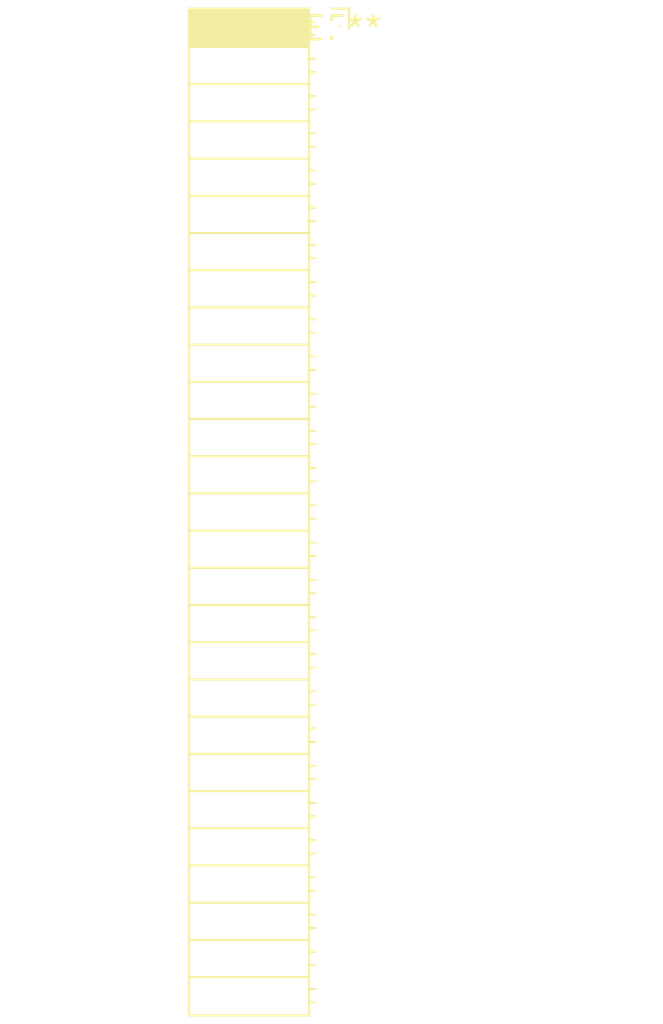
<source format=kicad_pcb>
(kicad_pcb (version 20240108) (generator pcbnew)
  (layers (0 "F.Cu" signal) (31 "B.Cu" signal) (34 "B.Paste" user) (35 "F.Paste" user) (36 "B.SilkS" user "B.Silkscreen") (37 "F.SilkS" user "F.Silkscreen") (38 "B.Mask" user) (39 "F.Mask" user) (44 "Edge.Cuts" user))
  (net 0 "")
  (footprint "PinSocket_1x27_P2.00mm_Horizontal" (layer "F.Cu") (at 0 0)
    (property "Reference" "REF**")
    (property "Value" "PinSocket_1x27_P2.00mm_Horizontal")
    (fp_line (start -7.68 -1.06) (end -7.68 53.06) (layer "F.SilkS") (stroke (width 0.12)))
    (fp_line (start -7.68 -1.06) (end -1.21 -1.06) (layer "F.SilkS") (stroke (width 0.12)))
    (fp_line (start -7.68 -0.94) (end -1.21 -0.94) (layer "F.SilkS") (stroke (width 0.12)))
    (fp_line (start -7.68 -0.825882) (end -1.21 -0.825882) (layer "F.SilkS") (stroke (width 0.12)))
    (fp_line (start -7.68 -0.711764) (end -1.21 -0.711764) (layer "F.SilkS") (stroke (width 0.12)))
    (fp_line (start -7.68 -0.597646) (end -1.21 -0.597646) (layer "F.SilkS") (stroke (width 0.12)))
    (fp_line (start -7.68 -0.483528) (end -1.21 -0.483528) (layer "F.SilkS") (stroke (width 0.12)))
    (fp_line (start -7.68 -0.36941) (end -1.21 -0.36941) (layer "F.SilkS") (stroke (width 0.12)))
    (fp_line (start -7.68 -0.255292) (end -1.21 -0.255292) (layer "F.SilkS") (stroke (width 0.12)))
    (fp_line (start -7.68 -0.141174) (end -1.21 -0.141174) (layer "F.SilkS") (stroke (width 0.12)))
    (fp_line (start -7.68 -0.027056) (end -1.21 -0.027056) (layer "F.SilkS") (stroke (width 0.12)))
    (fp_line (start -7.68 0.087062) (end -1.21 0.087062) (layer "F.SilkS") (stroke (width 0.12)))
    (fp_line (start -7.68 0.20118) (end -1.21 0.20118) (layer "F.SilkS") (stroke (width 0.12)))
    (fp_line (start -7.68 0.315298) (end -1.21 0.315298) (layer "F.SilkS") (stroke (width 0.12)))
    (fp_line (start -7.68 0.429416) (end -1.21 0.429416) (layer "F.SilkS") (stroke (width 0.12)))
    (fp_line (start -7.68 0.543534) (end -1.21 0.543534) (layer "F.SilkS") (stroke (width 0.12)))
    (fp_line (start -7.68 0.657652) (end -1.21 0.657652) (layer "F.SilkS") (stroke (width 0.12)))
    (fp_line (start -7.68 0.77177) (end -1.21 0.77177) (layer "F.SilkS") (stroke (width 0.12)))
    (fp_line (start -7.68 0.885888) (end -1.21 0.885888) (layer "F.SilkS") (stroke (width 0.12)))
    (fp_line (start -7.68 1) (end -1.21 1) (layer "F.SilkS") (stroke (width 0.12)))
    (fp_line (start -7.68 3) (end -1.21 3) (layer "F.SilkS") (stroke (width 0.12)))
    (fp_line (start -7.68 5) (end -1.21 5) (layer "F.SilkS") (stroke (width 0.12)))
    (fp_line (start -7.68 7) (end -1.21 7) (layer "F.SilkS") (stroke (width 0.12)))
    (fp_line (start -7.68 9) (end -1.21 9) (layer "F.SilkS") (stroke (width 0.12)))
    (fp_line (start -7.68 11) (end -1.21 11) (layer "F.SilkS") (stroke (width 0.12)))
    (fp_line (start -7.68 13) (end -1.21 13) (layer "F.SilkS") (stroke (width 0.12)))
    (fp_line (start -7.68 15) (end -1.21 15) (layer "F.SilkS") (stroke (width 0.12)))
    (fp_line (start -7.68 17) (end -1.21 17) (layer "F.SilkS") (stroke (width 0.12)))
    (fp_line (start -7.68 19) (end -1.21 19) (layer "F.SilkS") (stroke (width 0.12)))
    (fp_line (start -7.68 21) (end -1.21 21) (layer "F.SilkS") (stroke (width 0.12)))
    (fp_line (start -7.68 23) (end -1.21 23) (layer "F.SilkS") (stroke (width 0.12)))
    (fp_line (start -7.68 25) (end -1.21 25) (layer "F.SilkS") (stroke (width 0.12)))
    (fp_line (start -7.68 27) (end -1.21 27) (layer "F.SilkS") (stroke (width 0.12)))
    (fp_line (start -7.68 29) (end -1.21 29) (layer "F.SilkS") (stroke (width 0.12)))
    (fp_line (start -7.68 31) (end -1.21 31) (layer "F.SilkS") (stroke (width 0.12)))
    (fp_line (start -7.68 33) (end -1.21 33) (layer "F.SilkS") (stroke (width 0.12)))
    (fp_line (start -7.68 35) (end -1.21 35) (layer "F.SilkS") (stroke (width 0.12)))
    (fp_line (start -7.68 37) (end -1.21 37) (layer "F.SilkS") (stroke (width 0.12)))
    (fp_line (start -7.68 39) (end -1.21 39) (layer "F.SilkS") (stroke (width 0.12)))
    (fp_line (start -7.68 41) (end -1.21 41) (layer "F.SilkS") (stroke (width 0.12)))
    (fp_line (start -7.68 43) (end -1.21 43) (layer "F.SilkS") (stroke (width 0.12)))
    (fp_line (start -7.68 45) (end -1.21 45) (layer "F.SilkS") (stroke (width 0.12)))
    (fp_line (start -7.68 47) (end -1.21 47) (layer "F.SilkS") (stroke (width 0.12)))
    (fp_line (start -7.68 49) (end -1.21 49) (layer "F.SilkS") (stroke (width 0.12)))
    (fp_line (start -7.68 51) (end -1.21 51) (layer "F.SilkS") (stroke (width 0.12)))
    (fp_line (start -7.68 53.06) (end -1.21 53.06) (layer "F.SilkS") (stroke (width 0.12)))
    (fp_line (start -1.21 -1.06) (end -1.21 53.06) (layer "F.SilkS") (stroke (width 0.12)))
    (fp_line (start -1.21 -0.36) (end -0.935 -0.36) (layer "F.SilkS") (stroke (width 0.12)))
    (fp_line (start -1.21 0.36) (end -0.935 0.36) (layer "F.SilkS") (stroke (width 0.12)))
    (fp_line (start -1.21 1.64) (end -0.862917 1.64) (layer "F.SilkS") (stroke (width 0.12)))
    (fp_line (start -1.21 2.36) (end -0.862917 2.36) (layer "F.SilkS") (stroke (width 0.12)))
    (fp_line (start -1.21 3.64) (end -0.862917 3.64) (layer "F.SilkS") (stroke (width 0.12)))
    (fp_line (start -1.21 4.36) (end -0.862917 4.36) (layer "F.SilkS") (stroke (width 0.12)))
    (fp_line (start -1.21 5.64) (end -0.862917 5.64) (layer "F.SilkS") (stroke (width 0.12)))
    (fp_line (start -1.21 6.36) (end -0.862917 6.36) (layer "F.SilkS") (stroke (width 0.12)))
    (fp_line (start -1.21 7.64) (end -0.862917 7.64) (layer "F.SilkS") (stroke (width 0.12)))
    (fp_line (start -1.21 8.36) (end -0.862917 8.36) (layer "F.SilkS") (stroke (width 0.12)))
    (fp_line (start -1.21 9.64) (end -0.862917 9.64) (layer "F.SilkS") (stroke (width 0.12)))
    (fp_line (start -1.21 10.36) (end -0.862917 10.36) (layer "F.SilkS") (stroke (width 0.12)))
    (fp_line (start -1.21 11.64) (end -0.862917 11.64) (layer "F.SilkS") (stroke (width 0.12)))
    (fp_line (start -1.21 12.36) (end -0.862917 12.36) (layer "F.SilkS") (stroke (width 0.12)))
    (fp_line (start -1.21 13.64) (end -0.862917 13.64) (layer "F.SilkS") (stroke (width 0.12)))
    (fp_line (start -1.21 14.36) (end -0.862917 14.36) (layer "F.SilkS") (stroke (width 0.12)))
    (fp_line (start -1.21 15.64) (end -0.862917 15.64) (layer "F.SilkS") (stroke (width 0.12)))
    (fp_line (start -1.21 16.36) (end -0.862917 16.36) (layer "F.SilkS") (stroke (width 0.12)))
    (fp_line (start -1.21 17.64) (end -0.862917 17.64) (layer "F.SilkS") (stroke (width 0.12)))
    (fp_line (start -1.21 18.36) (end -0.862917 18.36) (layer "F.SilkS") (stroke (width 0.12)))
    (fp_line (start -1.21 19.64) (end -0.862917 19.64) (layer "F.SilkS") (stroke (width 0.12)))
    (fp_line (start -1.21 20.36) (end -0.862917 20.36) (layer "F.SilkS") (stroke (width 0.12)))
    (fp_line (start -1.21 21.64) (end -0.862917 21.64) (layer "F.SilkS") (stroke (width 0.12)))
    (fp_line (start -1.21 22.36) (end -0.862917 22.36) (layer "F.SilkS") (stroke (width 0.12)))
    (fp_line (start -1.21 23.64) (end -0.862917 23.64) (layer "F.SilkS") (stroke (width 0.12)))
    (fp_line (start -1.21 24.36) (end -0.862917 24.36) (layer "F.SilkS") (stroke (width 0.12)))
    (fp_line (start -1.21 25.64) (end -0.862917 25.64) (layer "F.SilkS") (stroke (width 0.12)))
    (fp_line (start -1.21 26.36) (end -0.862917 26.36) (layer "F.SilkS") (stroke (width 0.12)))
    (fp_line (start -1.21 27.64) (end -0.862917 27.64) (layer "F.SilkS") (stroke (width 0.12)))
    (fp_line (start -1.21 28.36) (end -0.862917 28.36) (layer "F.SilkS") (stroke (width 0.12)))
    (fp_line (start -1.21 29.64) (end -0.862917 29.64) (layer "F.SilkS") (stroke (width 0.12)))
    (fp_line (start -1.21 30.36) (end -0.862917 30.36) (layer "F.SilkS") (stroke (width 0.12)))
    (fp_line (start -1.21 31.64) (end -0.862917 31.64) (layer "F.SilkS") (stroke (width 0.12)))
    (fp_line (start -1.21 32.36) (end -0.862917 32.36) (layer "F.SilkS") (stroke (width 0.12)))
    (fp_line (start -1.21 33.64) (end -0.862917 33.64) (layer "F.SilkS") (stroke (width 0.12)))
    (fp_line (start -1.21 34.36) (end -0.862917 34.36) (layer "F.SilkS") (stroke (width 0.12)))
    (fp_line (start -1.21 35.64) (end -0.862917 35.64) (layer "F.SilkS") (stroke (width 0.12)))
    (fp_line (start -1.21 36.36) (end -0.862917 36.36) (layer "F.SilkS") (stroke (width 0.12)))
    (fp_line (start -1.21 37.64) (end -0.862917 37.64) (layer "F.SilkS") (stroke (width 0.12)))
    (fp_line (start -1.21 38.36) (end -0.862917 38.36) (layer "F.SilkS") (stroke (width 0.12)))
    (fp_line (start -1.21 39.64) (end -0.862917 39.64) (layer "F.SilkS") (stroke (width 0.12)))
    (fp_line (start -1.21 40.36) (end -0.862917 40.36) (layer "F.SilkS") (stroke (width 0.12)))
    (fp_line (start -1.21 41.64) (end -0.862917 41.64) (layer "F.SilkS") (stroke (width 0.12)))
    (fp_line (start -1.21 42.36) (end -0.862917 42.36) (layer "F.SilkS") (stroke (width 0.12)))
    (fp_line (start -1.21 43.64) (end -0.862917 43.64) (layer "F.SilkS") (stroke (width 0.12)))
    (fp_line (start -1.21 44.36) (end -0.862917 44.36) (layer "F.SilkS") (stroke (width 0.12)))
    (fp_line (start -1.21 45.64) (end -0.862917 45.64) (layer "F.SilkS") (stroke (width 0.12)))
    (fp_line (start -1.21 46.36) (end -0.862917 46.36) (layer "F.SilkS") (stroke (width 0.12)))
    (fp_line (start -1.21 47.64) (end -0.862917 47.64) (layer "F.SilkS") (stroke (width 0.12)))
    (fp_line (start -1.21 48.36) (end -0.862917 48.36) (layer "F.SilkS") (stroke (width 0.12)))
    (fp_line (start -1.21 49.64) (end -0.862917 49.64) (layer "F.SilkS") (stroke (width 0.12)))
    (fp_line (start -1.21 50.36) (end -0.862917 50.36) (layer "F.SilkS") (stroke (width 0.12)))
    (fp_line (start -1.21 51.64) (end -0.862917 51.64) (layer "F.SilkS") (stroke (width 0.12)))
    (fp_line (start -1.21 52.36) (end -0.862917 52.36) (layer "F.SilkS") (stroke (width 0.12)))
    (fp_line (start 0 -1.06) (end 0.935 -1.06) (layer "F.SilkS") (stroke (width 0.12)))
    (fp_line (start 0.935 -1.06) (end 0.935 0) (layer "F.SilkS") (stroke (width 0.12)))
    (pad "1" thru_hole rect (at 0 0) (size 1.35 1.35) (drill 0.8) (layers *.Cu *.Mask) (remove_unused_layers))
    (pad "2" thru_hole oval (at 0 2) (size 1.35 1.35) (drill 0.8) (layers *.Cu *.Mask) (remove_unused_layers))
    (pad "3" thru_hole oval (at 0 4) (size 1.35 1.35) (drill 0.8) (layers *.Cu *.Mask) (remove_unused_layers))
    (pad "4" thru_hole oval (at 0 6) (size 1.35 1.35) (drill 0.8) (layers *.Cu *.Mask) (remove_unused_layers))
    (pad "5" thru_hole oval (at 0 8) (size 1.35 1.35) (drill 0.8) (layers *.Cu *.Mask) (remove_unused_layers))
    (pad "6" thru_hole oval (at 0 10) (size 1.35 1.35) (drill 0.8) (layers *.Cu *.Mask) (remove_unused_layers))
    (pad "7" thru_hole oval (at 0 12) (size 1.35 1.35) (drill 0.8) (layers *.Cu *.Mask) (remove_unused_layers))
    (pad "8" thru_hole oval (at 0 14) (size 1.35 1.35) (drill 0.8) (layers *.Cu *.Mask) (remove_unused_layers))
    (pad "9" thru_hole oval (at 0 16) (size 1.35 1.35) (drill 0.8) (layers *.Cu *.Mask) (remove_unused_layers))
    (pad "10" thru_hole oval (at 0 18) (size 1.35 1.35) (drill 0.8) (layers *.Cu *.Mask) (remove_unused_layers))
    (pad "11" thru_hole oval (at 0 20) (size 1.35 1.35) (drill 0.8) (layers *.Cu *.Mask) (remove_unused_layers))
    (pad "12" thru_hole oval (at 0 22) (size 1.35 1.35) (drill 0.8) (layers *.Cu *.Mask) (remove_unused_layers))
    (pad "13" thru_hole oval (at 0 24) (size 1.35 1.35) (drill 0.8) (layers *.Cu *.Mask) (remove_unused_layers))
    (pad "14" thru_hole oval (at 0 26) (size 1.35 1.35) (drill 0.8) (layers *.Cu *.Mask) (remove_unused_layers))
    (pad "15" thru_hole oval (at 0 28) (size 1.35 1.35) (drill 0.8) (layers *.Cu *.Mask) (remove_unused_layers))
    (pad "16" thru_hole oval (at 0 30) (size 1.35 1.35) (drill 0.8) (layers *.Cu *.Mask) (remove_unused_layers))
    (pad "17" thru_hole oval (at 0 32) (size 1.35 1.35) (drill 0.8) (layers *.Cu *.Mask) (remove_unused_layers))
    (pad "18" thru_hole oval (at 0 34) (size 1.35 1.35) (drill 0.8) (layers *.Cu *.Mask) (remove_unused_layers))
    (pad "19" thru_hole oval (at 0 36) (size 1.35 1.35) (drill 0.8) (layers *.Cu *.Mask) (remove_unused_layers))
    (pad "20" thru_hole oval (at 0 38) (size 1.35 1.35) (drill 0.8) (layers *.Cu *.Mask) (remove_unused_layers))
    (pad "21" thru_hole oval (at 0 40) (size 1.35 1.35) (drill 0.8) (layers *.Cu *.Mask) (remove_unused_layers))
    (pad "22" thru_hole oval (at 0 42) (size 1.35 1.35) (drill 0.8) (layers *.Cu *.Mask) (remove_unused_layers))
    (pad "23" thru_hole oval (at 0 44) (size 1.35 1.35) (drill 0.8) (layers *.Cu *.Mask) (remove_unused_layers))
    (pad "24" thru_hole oval (at 0 46) (size 1.35 1.35) (drill 0.8) (layers *.Cu *.Mask) (remove_unused_layers))
    (pad "25" thru_hole oval (at 0 48) (size 1.35 1.35) (drill 0.8) (layers *.Cu *.Mask) (remove_unused_layers))
    (pad "26" thru_hole oval (at 0 50) (size 1.35 1.35) (drill 0.8) (layers *.Cu *.Mask) (remove_unused_layers))
    (pad "27" thru_hole oval (at 0 52) (size 1.35 1.35) (drill 0.8) (layers *.Cu *.Mask) (remove_unused_layers))
  )
)
</source>
